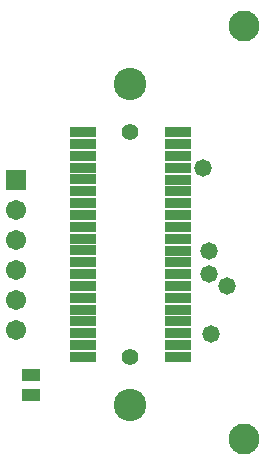
<source format=gbr>
%TF.GenerationSoftware,Altium Limited,Altium Designer,18.0.9 (584)*%
G04 Layer_Color=16711935*
%FSLAX26Y26*%
%MOIN*%
%TF.FileFunction,Soldermask,Bot*%
%TF.Part,Single*%
G01*
G75*
%TA.AperFunction,SMDPad,CuDef*%
%ADD25R,0.059181X0.041465*%
%TA.AperFunction,ConnectorPad*%
%ADD26R,0.086740X0.032000*%
%TA.AperFunction,WasherPad*%
%ADD27C,0.103000*%
%TA.AperFunction,ComponentPad*%
%ADD28R,0.067055X0.067055*%
%ADD29C,0.067055*%
%ADD30C,0.055000*%
%ADD31C,0.108000*%
%TA.AperFunction,ViaPad*%
%ADD32C,0.058000*%
D25*
X155529Y-1262441D02*
D03*
Y-1329370D02*
D03*
D26*
X330769Y-1200906D02*
D03*
Y-1161505D02*
D03*
Y-1122105D02*
D03*
Y-1082706D02*
D03*
Y-1043305D02*
D03*
Y-1003905D02*
D03*
Y-964505D02*
D03*
Y-925106D02*
D03*
Y-885706D02*
D03*
Y-846306D02*
D03*
Y-806905D02*
D03*
Y-767505D02*
D03*
Y-728106D02*
D03*
Y-688706D02*
D03*
Y-649306D02*
D03*
Y-609905D02*
D03*
Y-570505D02*
D03*
Y-531106D02*
D03*
Y-491705D02*
D03*
Y-452305D02*
D03*
X645491Y-1201293D02*
D03*
Y-1161893D02*
D03*
Y-1122494D02*
D03*
Y-1083093D02*
D03*
Y-1043694D02*
D03*
Y-1004293D02*
D03*
Y-964894D02*
D03*
Y-925494D02*
D03*
Y-886093D02*
D03*
Y-846693D02*
D03*
Y-807293D02*
D03*
Y-767894D02*
D03*
Y-728494D02*
D03*
Y-689093D02*
D03*
Y-649693D02*
D03*
Y-610293D02*
D03*
Y-570894D02*
D03*
Y-531494D02*
D03*
Y-492094D02*
D03*
Y-452693D02*
D03*
D27*
X866141Y-1476378D02*
D03*
Y-98425D02*
D03*
D28*
X108267Y-610236D02*
D03*
D29*
Y-710236D02*
D03*
Y-810236D02*
D03*
Y-910236D02*
D03*
Y-1010236D02*
D03*
Y-1110236D02*
D03*
D30*
X486529Y-1200906D02*
D03*
X488129Y-452305D02*
D03*
D31*
Y-290406D02*
D03*
Y-1362805D02*
D03*
D32*
X731317Y-570894D02*
D03*
X811317Y-964894D02*
D03*
X751317Y-924803D02*
D03*
Y-846693D02*
D03*
X757401Y-1124803D02*
D03*
%TF.MD5,b3a2840daae54fc7fdbee3248cb59224*%
M02*

</source>
